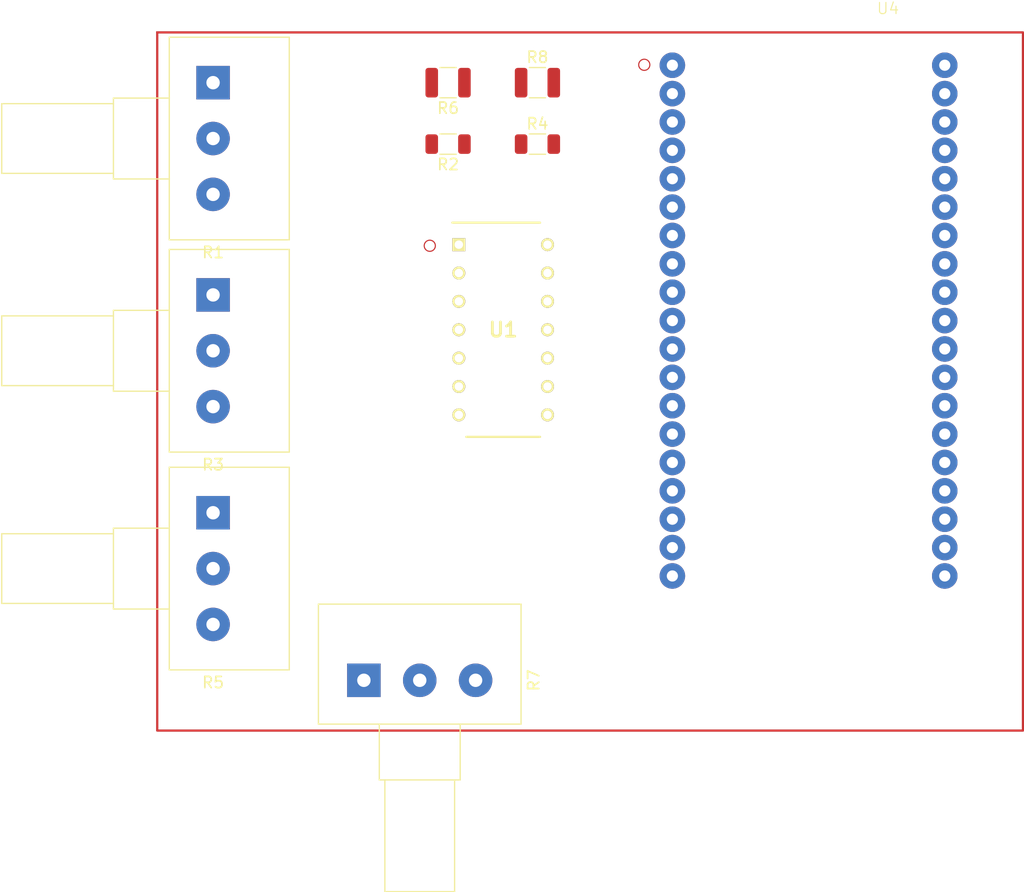
<source format=kicad_pcb>
(kicad_pcb (version 20241229) (generator "pcbnew") (generator_version "9.0")
  (layers (0 "F.Cu" signal) (2 "B.Cu" signal) (13 "F.Paste" user) (15 "B.Paste" user) (5 "F.SilkS" user "F.Silkscreen") (7 "B.SilkS" user "B.Silkscreen") (1 "F.Mask" user) (3 "B.Mask" user) (25 "Edge.Cuts" user))
  (net 0 "")
  (net 1 "Net-(U1A--)")
  (net 2 "Net-(R1-Pad1)")
  (net 3 "GND")
  (net 4 "Net-(U1C--)")
  (net 5 "Net-(R3-Pad1)")
  (net 6 "Net-(U1D--)")
  (net 7 "Net-(R5-Pad1)")
  (net 8 "Net-(U1B--)")
  (net 9 "Net-(R7-Pad1)")
  (net 15 "Signal 2")
  (net 32 "Signal 1")
  (footprint "Potentiometer_THT:Potentiometer_Alps_RK163_Single_Horizontal" (layer "F.Cu") (at 56 20)
    (property "Reference" "R1" (at 0 15.2 180) (layer "F.SilkS"))
    (property "Value" "R_Variable")
    (fp_line (start -18.92 8.12) (end -18.92 1.88) (stroke (width 0.12)) (layer "F.SilkS"))
    (fp_line (start -8.92 1.88) (end -18.92 1.88) (stroke (width 0.12)) (layer "F.SilkS"))
    (fp_line (start -8.92 8.12) (end -18.92 8.12) (stroke (width 0.12)) (layer "F.SilkS"))
    (fp_line (start -8.92 8.62) (end -8.92 1.38) (stroke (width 0.12)) (layer "F.SilkS"))
    (fp_line (start -3.92 1.38) (end -8.92 1.38) (stroke (width 0.12)) (layer "F.SilkS"))
    (fp_line (start -3.92 8.62) (end -8.92 8.62) (stroke (width 0.12)) (layer "F.SilkS"))
    (fp_line (start -3.92 14.07) (end -3.92 -4.07) (stroke (width 0.12)) (layer "F.SilkS"))
    (fp_line (start 6.82 -4.07) (end -3.92 -4.07) (stroke (width 0.12)) (layer "F.SilkS"))
    (fp_line (start 6.82 14.07) (end -3.92 14.07) (stroke (width 0.12)) (layer "F.SilkS"))
    (fp_line (start 6.82 14.07) (end 6.82 -4.07) (stroke (width 0.12)) (layer "F.SilkS"))
    (pad "1" thru_hole rect (at 0 0 180) (size 3 3) (drill 1.2) (layers "*.Cu" "*.Mask") (net 2 "Net-(R1-Pad1)"))
    (pad "2" thru_hole circle (at 0 5 180) (size 3 3) (drill 1.2) (layers "*.Cu" "*.Mask") (net 1 "Net-(U1A--)"))
    (pad "3" thru_hole circle (at 0 10 180) (size 3 3) (drill 1.2) (layers "*.Cu" "*.Mask"))
  )
  (footprint "Potentiometer_THT:Potentiometer_Alps_RK163_Single_Horizontal" (layer "F.Cu") (at 56 58.5)
    (property "Reference" "R5" (at 0 15.2 180) (layer "F.SilkS"))
    (property "Value" "R_Variable")
    (fp_line (start -18.92 8.12) (end -18.92 1.88) (stroke (width 0.12)) (layer "F.SilkS"))
    (fp_line (start -8.92 1.88) (end -18.92 1.88) (stroke (width 0.12)) (layer "F.SilkS"))
    (fp_line (start -8.92 8.12) (end -18.92 8.12) (stroke (width 0.12)) (layer "F.SilkS"))
    (fp_line (start -8.92 8.62) (end -8.92 1.38) (stroke (width 0.12)) (layer "F.SilkS"))
    (fp_line (start -3.92 1.38) (end -8.92 1.38) (stroke (width 0.12)) (layer "F.SilkS"))
    (fp_line (start -3.92 8.62) (end -8.92 8.62) (stroke (width 0.12)) (layer "F.SilkS"))
    (fp_line (start -3.92 14.07) (end -3.92 -4.07) (stroke (width 0.12)) (layer "F.SilkS"))
    (fp_line (start 6.82 -4.07) (end -3.92 -4.07) (stroke (width 0.12)) (layer "F.SilkS"))
    (fp_line (start 6.82 14.07) (end -3.92 14.07) (stroke (width 0.12)) (layer "F.SilkS"))
    (fp_line (start 6.82 14.07) (end 6.82 -4.07) (stroke (width 0.12)) (layer "F.SilkS"))
    (pad "1" thru_hole rect (at 0 0 180) (size 3 3) (drill 1.2) (layers "*.Cu" "*.Mask") (net 7 "Net-(R5-Pad1)"))
    (pad "2" thru_hole circle (at 0 5 180) (size 3 3) (drill 1.2) (layers "*.Cu" "*.Mask") (net 8 "Net-(U1B--)"))
    (pad "3" thru_hole circle (at 0 10 180) (size 3 3) (drill 1.2) (layers "*.Cu" "*.Mask"))
  )
  (footprint "Resistor_SMD:R_1210_3225Metric" (layer "F.Cu") (at 77.0375 20 180)
    (property "Reference" "R6" (at 0 -2.28 0) (layer "F.SilkS"))
    (property "Value" "1k")
    (fp_line (start -0.723737 1.355) (end 0.723737 1.355) (stroke (width 0.12)) (layer "F.SilkS"))
    (fp_line (start -0.723737 -1.355) (end 0.723737 -1.355) (stroke (width 0.12)) (layer "F.SilkS"))
    (pad "1" smd roundrect (at -1.4625 0 180) (size 1.125 2.65) (layers "F.Cu" "F.Mask" "F.Paste") (roundrect_rratio 0.222222) (net 3 "GND"))
    (pad "2" smd roundrect (at 1.4625 0 180) (size 1.125 2.65) (layers "F.Cu" "F.Mask" "F.Paste") (roundrect_rratio 0.222222) (net 8 "Net-(U1B--)"))
  )
  (footprint "Potentiometer_THT:Potentiometer_Alps_RK163_Single_Horizontal" (layer "F.Cu") (at 56 39)
    (property "Reference" "R3" (at 0 15.2 180) (layer "F.SilkS"))
    (property "Value" "R_Variable")
    (fp_line (start -18.92 8.12) (end -18.92 1.88) (stroke (width 0.12)) (layer "F.SilkS"))
    (fp_line (start -8.92 1.88) (end -18.92 1.88) (stroke (width 0.12)) (layer "F.SilkS"))
    (fp_line (start -8.92 8.12) (end -18.92 8.12) (stroke (width 0.12)) (layer "F.SilkS"))
    (fp_line (start -8.92 8.62) (end -8.92 1.38) (stroke (width 0.12)) (layer "F.SilkS"))
    (fp_line (start -3.92 1.38) (end -8.92 1.38) (stroke (width 0.12)) (layer "F.SilkS"))
    (fp_line (start -3.92 8.62) (end -8.92 8.62) (stroke (width 0.12)) (layer "F.SilkS"))
    (fp_line (start -3.92 14.07) (end -3.92 -4.07) (stroke (width 0.12)) (layer "F.SilkS"))
    (fp_line (start 6.82 -4.07) (end -3.92 -4.07) (stroke (width 0.12)) (layer "F.SilkS"))
    (fp_line (start 6.82 14.07) (end -3.92 14.07) (stroke (width 0.12)) (layer "F.SilkS"))
    (fp_line (start 6.82 14.07) (end 6.82 -4.07) (stroke (width 0.12)) (layer "F.SilkS"))
    (pad "1" thru_hole rect (at 0 0 180) (size 3 3) (drill 1.2) (layers "*.Cu" "*.Mask") (net 5 "Net-(R3-Pad1)"))
    (pad "2" thru_hole circle (at 0 5 180) (size 3 3) (drill 1.2) (layers "*.Cu" "*.Mask") (net 4 "Net-(U1C--)"))
    (pad "3" thru_hole circle (at 0 10 180) (size 3 3) (drill 1.2) (layers "*.Cu" "*.Mask"))
  )
  (footprint "Resistor_SMD:R_1206_3216Metric" (layer "F.Cu") (at 85.0375 25.5)
    (property "Reference" "R4" (at 0 -1.82 0) (layer "F.SilkS"))
    (property "Value" "1k")
    (fp_line (start -0.727064 -0.91) (end 0.727064 -0.91) (stroke (width 0.12)) (layer "F.SilkS"))
    (fp_line (start -0.727064 0.91) (end 0.727064 0.91) (stroke (width 0.12)) (layer "F.SilkS"))
    (pad "1" smd roundrect (at -1.4625 0) (size 1.125 1.75) (layers "F.Cu" "F.Mask" "F.Paste") (roundrect_rratio 0.222222) (net 3 "GND"))
    (pad "2" smd roundrect (at 1.4625 0) (size 1.125 1.75) (layers "F.Cu" "F.Mask" "F.Paste") (roundrect_rratio 0.222222) (net 4 "Net-(U1C--)"))
  )
  (footprint "Library:LM324_4" (layer "F.Cu") (at 81.969 42.12)
    (property "Reference" "U1" (at 0 0 0) (layer "F.SilkS") (effects (font (size 1.27 1.27) (thickness 0.254))))
    (property "Value" "LM324" (hide yes))
    (fp_line (start -4.548 -9.588) (end 3.302 -9.588) (stroke (width 0.2)) (layer "F.SilkS"))
    (fp_line (start -3.302 9.588) (end 3.302 9.588) (stroke (width 0.2)) (layer "F.SilkS"))
    (pad "1" thru_hole rect (at -3.969 -7.62 90) (size 1.159 1.159) (drill 0.759) (layers "*.Cu" "*.Mask" "F.SilkS") (net 2 "Net-(R1-Pad1)"))
    (pad "2" thru_hole circle (at -3.969 -5.08 90) (size 1.159 1.159) (drill 0.759) (layers "*.Cu" "*.Mask" "F.SilkS") (net 1 "Net-(U1A--)"))
    (pad "3" thru_hole circle (at -3.969 -2.54 90) (size 1.159 1.159) (drill 0.759) (layers "*.Cu" "*.Mask" "F.SilkS") (net 32 "Signal 1"))
    (pad "4" thru_hole circle (at -3.969 0 90) (size 1.159 1.159) (drill 0.759) (layers "*.Cu" "*.Mask" "F.SilkS"))
    (pad "5" thru_hole circle (at -3.969 2.54 90) (size 1.159 1.159) (drill 0.759) (layers "*.Cu" "*.Mask" "F.SilkS") (net 15 "Signal 2"))
    (pad "6" thru_hole circle (at -3.969 5.08 90) (size 1.159 1.159) (drill 0.759) (layers "*.Cu" "*.Mask" "F.SilkS") (net 8 "Net-(U1B--)"))
    (pad "7" thru_hole circle (at -3.969 7.62 90) (size 1.159 1.159) (drill 0.759) (layers "*.Cu" "*.Mask" "F.SilkS") (net 7 "Net-(R5-Pad1)"))
    (pad "8" thru_hole circle (at 3.969 7.62 90) (size 1.159 1.159) (drill 0.759) (layers "*.Cu" "*.Mask" "F.SilkS") (net 5 "Net-(R3-Pad1)"))
    (pad "9" thru_hole circle (at 3.969 5.08 90) (size 1.159 1.159) (drill 0.759) (layers "*.Cu" "*.Mask" "F.SilkS") (net 4 "Net-(U1C--)"))
    (pad "10" thru_hole circle (at 3.969 2.54 90) (size 1.159 1.159) (drill 0.759) (layers "*.Cu" "*.Mask" "F.SilkS") (net 15 "Signal 2"))
    (pad "11" thru_hole circle (at 3.969 0 90) (size 1.159 1.159) (drill 0.759) (layers "*.Cu" "*.Mask" "F.SilkS") (net 3 "GND"))
    (pad "12" thru_hole circle (at 3.969 -2.54 90) (size 1.159 1.159) (drill 0.759) (layers "*.Cu" "*.Mask" "F.SilkS") (net 15 "Signal 2"))
    (pad "13" thru_hole circle (at 3.969 -5.08 90) (size 1.159 1.159) (drill 0.759) (layers "*.Cu" "*.Mask" "F.SilkS") (net 6 "Net-(U1D--)"))
    (pad "14" thru_hole circle (at 3.969 -7.62 90) (size 1.159 1.159) (drill 0.759) (layers "*.Cu" "*.Mask" "F.SilkS") (net 9 "Net-(R7-Pad1)"))
  )
  (footprint "Library_Amjad:ESP_32_socket" (layer "F.Cu") (at 116.42 28.6)
    (property "Reference" "U4" (at 0 -15.24 0) (layer "F.SilkS") (effects (font (thickness 0.1))))
    (property "Value" "~")
    (pad "1" thru_hole circle (at -19.304 -10.16) (size 2.286 2.286) (drill 1) (layers "*.Cu" "*.Mask"))
    (pad "2" thru_hole circle (at -19.304 -7.62) (size 2.286 2.286) (drill 1) (layers "*.Cu" "*.Mask"))
    (pad "2" thru_hole circle (at 5.08 12.7) (size 2.286 2.286) (drill 1) (layers "*.Cu" "*.Mask"))
    (pad "3" thru_hole circle (at -19.304 -5.08) (size 2.286 2.286) (drill 1) (layers "*.Cu" "*.Mask"))
    (pad "4" thru_hole circle (at -19.304 -2.54) (size 2.286 2.286) (drill 1) (layers "*.Cu" "*.Mask"))
    (pad "5" thru_hole circle (at -19.304 0) (size 2.286 2.286) (drill 1) (layers "*.Cu" "*.Mask"))
    (pad "6" thru_hole circle (at -19.304 2.54) (size 2.286 2.286) (drill 1) (layers "*.Cu" "*.Mask"))
    (pad "7" thru_hole circle (at -19.304 5.08) (size 2.286 2.286) (drill 1) (layers "*.Cu" "*.Mask"))
    (pad "8" thru_hole circle (at -19.304 7.62) (size 2.286 2.286) (drill 1) (layers "*.Cu" "*.Mask"))
    (pad "9" thru_hole circle (at -19.304 10.16) (size 2.286 2.286) (drill 1) (layers "*.Cu" "*.Mask"))
    (pad "10" thru_hole circle (at -19.304 12.7) (size 2.286 2.286) (drill 1) (layers "*.Cu" "*.Mask"))
    (pad "11" thru_hole circle (at -19.304 15.24) (size 2.286 2.286) (drill 1) (layers "*.Cu" "*.Mask"))
    (pad "12" thru_hole circle (at -19.304 17.78) (size 2.286 2.286) (drill 1) (layers "*.Cu" "*.Mask"))
    (pad "13" thru_hole circle (at -19.304 20.32) (size 2.286 2.286) (drill 1) (layers "*.Cu" "*.Mask"))
    (pad "14" thru_hole circle (at -19.304 22.86) (size 2.286 2.286) (drill 1) (layers "*.Cu" "*.Mask") (net 3 "GND"))
    (pad "15" thru_hole circle (at -19.304 25.4) (size 2.286 2.286) (drill 1) (layers "*.Cu" "*.Mask"))
    (pad "16" thru_hole circle (at -19.304 27.94) (size 2.286 2.286) (drill 1) (layers "*.Cu" "*.Mask"))
    (pad "17" thru_hole circle (at -19.304 30.48) (size 2.286 2.286) (drill 1) (layers "*.Cu" "*.Mask"))
    (pad "18" thru_hole circle (at -19.304 33.02) (size 2.286 2.286) (drill 1) (layers "*.Cu" "*.Mask"))
    (pad "19" thru_hole circle (at -19.304 35.56) (size 2.286 2.286) (drill 1) (layers "*.Cu" "*.Mask"))
    (pad "20" thru_hole circle (at 5.08 -10.16) (size 2.286 2.286) (drill 1) (layers "*.Cu" "*.Mask") (net 3 "GND"))
    (pad "21" thru_hole circle (at 5.08 -7.62) (size 2.286 2.286) (drill 1) (layers "*.Cu" "*.Mask"))
    (pad "22" thru_hole circle (at 5.08 -5.08) (size 2.286 2.286) (drill 1) (layers "*.Cu" "*.Mask"))
    (pad "23" thru_hole circle (at 5.08 -2.54) (size 2.286 2.286) (drill 1) (layers "*.Cu" "*.Mask"))
    (pad "24" thru_hole circle (at 5.08 0) (size 2.286 2.286) (drill 1) (layers "*.Cu" "*.Mask"))
    (pad "25" thru_hole circle (at 5.08 2.54) (size 2.286 2.286) (drill 1) (layers "*.Cu" "*.Mask"))
    (pad "26" thru_hole circle (at 5.08 5.08) (size 2.286 2.286) (drill 1) (layers "*.Cu" "*.Mask") (net 3 "GND"))
    (pad "27" thru_hole circle (at 5.08 7.62) (size 2.286 2.286) (drill 1) (layers "*.Cu" "*.Mask"))
    (pad "28" thru_hole circle (at 5.08 10.16) (size 2.286 2.286) (drill 1) (layers "*.Cu" "*.Mask"))
    (pad "30" thru_hole circle (at 5.08 15.24) (size 2.286 2.286) (drill 1) (layers "*.Cu" "*.Mask"))
    (pad "31" thru_hole circle (at 5.08 17.78) (size 2.286 2.286) (drill 1) (layers "*.Cu" "*.Mask"))
    (pad "32" thru_hole circle (at 5.08 20.32) (size 2.286 2.286) (drill 1) (layers "*.Cu" "*.Mask"))
    (pad "33" thru_hole circle (at 5.08 22.86) (size 2.286 2.286) (drill 1) (layers "*.Cu" "*.Mask"))
    (pad "34" thru_hole circle (at 5.08 25.4) (size 2.286 2.286) (drill 1) (layers "*.Cu" "*.Mask"))
    (pad "35" thru_hole circle (at 5.08 27.94) (size 2.286 2.286) (drill 1) (layers "*.Cu" "*.Mask"))
    (pad "36" thru_hole circle (at 5.08 30.48) (size 2.286 2.286) (drill 1) (layers "*.Cu" "*.Mask"))
    (pad "37" thru_hole circle (at 5.08 33.02) (size 2.286 2.286) (drill 1) (layers "*.Cu" "*.Mask"))
    (pad "38" thru_hole circle (at 5.08 35.56) (size 2.286 2.286) (drill 1) (layers "*.Cu" "*.Mask"))
  )
  (footprint "Resistor_SMD:R_1206_3216Metric" (layer "F.Cu") (at 77.0375 25.5 180)
    (property "Reference" "R2" (at 0 -1.82 0) (layer "F.SilkS"))
    (property "Value" "1k")
    (fp_line (start -0.727064 0.91) (end 0.727064 0.91) (stroke (width 0.12)) (layer "F.SilkS"))
    (fp_line (start -0.727064 -0.91) (end 0.727064 -0.91) (stroke (width 0.12)) (layer "F.SilkS"))
    (pad "1" smd roundrect (at -1.4625 0 180) (size 1.125 1.75) (layers "F.Cu" "F.Mask" "F.Paste") (roundrect_rratio 0.222222) (net 3 "GND"))
    (pad "2" smd roundrect (at 1.4625 0 180) (size 1.125 1.75) (layers "F.Cu" "F.Mask" "F.Paste") (roundrect_rratio 0.222222) (net 1 "Net-(U1A--)"))
  )
  (footprint "Resistor_SMD:R_1210_3225Metric" (layer "F.Cu") (at 85.0375 20)
    (property "Reference" "R8" (at 0 -2.28 0) (layer "F.SilkS"))
    (property "Value" "1k")
    (fp_line (start -0.723737 -1.355) (end 0.723737 -1.355) (stroke (width 0.12)) (layer "F.SilkS"))
    (fp_line (start -0.723737 1.355) (end 0.723737 1.355) (stroke (width 0.12)) (layer "F.SilkS"))
    (pad "1" smd roundrect (at -1.4625 0) (size 1.125 2.65) (layers "F.Cu" "F.Mask" "F.Paste") (roundrect_rratio 0.222222) (net 3 "GND"))
    (pad "2" smd roundrect (at 1.4625 0) (size 1.125 2.65) (layers "F.Cu" "F.Mask" "F.Paste") (roundrect_rratio 0.222222) (net 6 "Net-(U1D--)"))
  )
  (footprint "Potentiometer_THT:Potentiometer_Alps_RK163_Single_Horizontal" (layer "F.Cu") (at 69.5 73.5 90)
    (property "Reference" "R7" (at 0 15.2 90) (layer "F.SilkS"))
    (property "Value" "R_Variable")
    (fp_line (start 6.82 -4.07) (end -3.92 -4.07) (stroke (width 0.12)) (layer "F.SilkS"))
    (fp_line (start -3.92 1.38) (end -8.92 1.38) (stroke (width 0.12)) (layer "F.SilkS"))
    (fp_line (start -8.92 1.88) (end -18.92 1.88) (stroke (width 0.12)) (layer "F.SilkS"))
    (fp_line (start -8.92 8.12) (end -18.92 8.12) (stroke (width 0.12)) (layer "F.SilkS"))
    (fp_line (start -18.92 8.12) (end -18.92 1.88) (stroke (width 0.12)) (layer "F.SilkS"))
    (fp_line (start -3.92 8.62) (end -8.92 8.62) (stroke (width 0.12)) (layer "F.SilkS"))
    (fp_line (start -8.92 8.62) (end -8.92 1.38) (stroke (width 0.12)) (layer "F.SilkS"))
    (fp_line (start 6.82 14.07) (end 6.82 -4.07) (stroke (width 0.12)) (layer "F.SilkS"))
    (fp_line (start 6.82 14.07) (end -3.92 14.07) (stroke (width 0.12)) (layer "F.SilkS"))
    (fp_line (start -3.92 14.07) (end -3.92 -4.07) (stroke (width 0.12)) (layer "F.SilkS"))
    (pad "1" thru_hole rect (at 0 0 270) (size 3 3) (drill 1.2) (layers "*.Cu" "*.Mask") (net 9 "Net-(R7-Pad1)"))
    (pad "2" thru_hole circle (at 0 5 270) (size 3 3) (drill 1.2) (layers "*.Cu" "*.Mask") (net 6 "Net-(U1D--)"))
    (pad "3" thru_hole circle (at 0 10 270) (size 3 3) (drill 1.2) (layers "*.Cu" "*.Mask"))
  )
  (gr_circle (center 75.4 34.6) (end 75.4 34.1) (stroke (width 0.1)) (fill no) (layer "F.Cu"))
  (gr_rect (start 51 15.5) (end 128.5 78) (stroke (width 0.2)) (fill no) (layer "F.Cu"))
  (gr_circle (center 94.6 18.4) (end 94.6 17.9) (stroke (width 0.1)) (fill no) (layer "F.Cu"))
)
</source>
